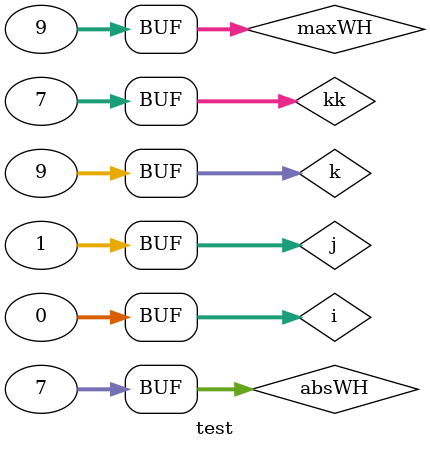
<source format=v>
module test;
localparam W=9;
localparam H=2;
integer i=0;
integer k=9,j=1;
integer kk=W-H;
integer maxWH=(W>H)?W:H;
integer absWH=(W>H)?W-H:H-W;
endmodule

</source>
